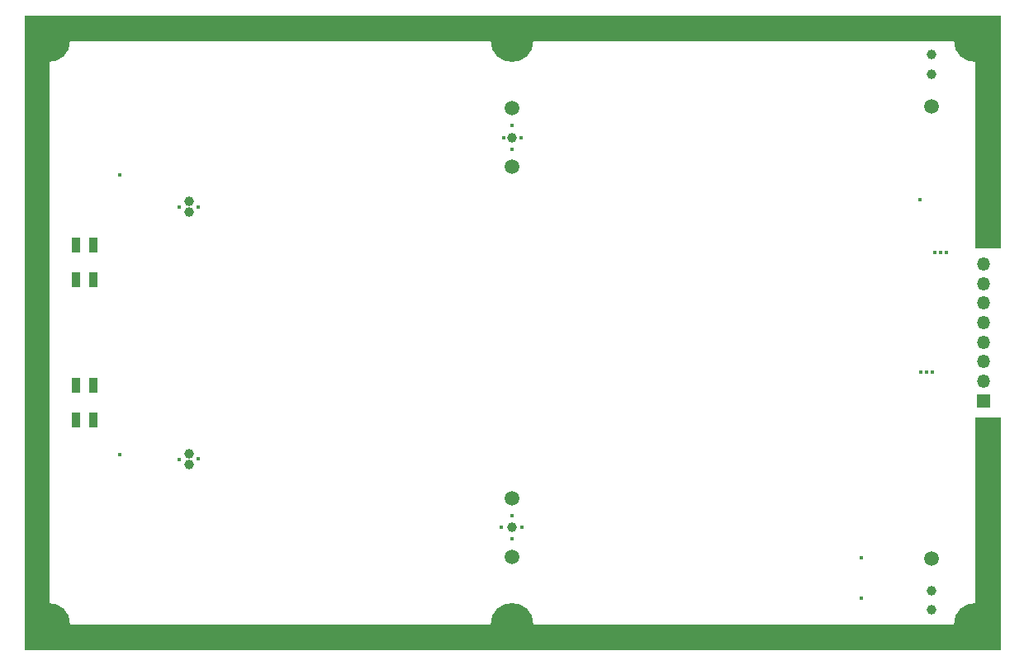
<source format=gbr>
%TF.GenerationSoftware,KiCad,Pcbnew,(5.99.0-11174-ge2a2c3282a)*%
%TF.CreationDate,2021-07-05T22:54:39+02:00*%
%TF.ProjectId,flatlight_rev20_LEDSIDE,666c6174-6c69-4676-9874-5f7265763230,rev?*%
%TF.SameCoordinates,Original*%
%TF.FileFunction,Soldermask,Bot*%
%TF.FilePolarity,Negative*%
%FSLAX46Y46*%
G04 Gerber Fmt 4.6, Leading zero omitted, Abs format (unit mm)*
G04 Created by KiCad (PCBNEW (5.99.0-11174-ge2a2c3282a)) date 2021-07-05 22:54:39*
%MOMM*%
%LPD*%
G01*
G04 APERTURE LIST*
%ADD10C,0.010000*%
%ADD11C,1.500000*%
%ADD12C,0.700000*%
%ADD13C,4.400000*%
%ADD14R,0.850000X1.600000*%
%ADD15R,1.350000X1.350000*%
%ADD16O,1.350000X1.350000*%
%ADD17C,0.450000*%
%ADD18C,1.000000*%
%ADD19C,0.500000*%
G04 APERTURE END LIST*
D10*
X252250000Y-88850000D02*
X254750000Y-88850000D01*
X254750000Y-88850000D02*
X254750000Y-65050000D01*
X254750000Y-65050000D02*
X252250000Y-65050000D01*
X252250000Y-65050000D02*
X252250000Y-88850000D01*
G36*
X252250000Y-88850000D02*
G01*
X254750000Y-88850000D01*
X254750000Y-65050000D01*
X252250000Y-65050000D01*
X252250000Y-88850000D01*
G37*
X157250000Y-127550000D02*
X254750000Y-127550000D01*
X254750000Y-127550000D02*
X254750000Y-130050000D01*
X254750000Y-130050000D02*
X157250000Y-130050000D01*
X157250000Y-130050000D02*
X157250000Y-127550000D01*
G36*
X157250000Y-127550000D02*
G01*
X254750000Y-127550000D01*
X254750000Y-130050000D01*
X157250000Y-130050000D01*
X157250000Y-127550000D01*
G37*
X252250000Y-130050000D02*
X254750000Y-130050000D01*
X254750000Y-130050000D02*
X254750000Y-106250000D01*
X254750000Y-106250000D02*
X252250000Y-106250000D01*
X252250000Y-106250000D02*
X252250000Y-130050000D01*
G36*
X252250000Y-130050000D02*
G01*
X254750000Y-130050000D01*
X254750000Y-106250000D01*
X252250000Y-106250000D01*
X252250000Y-130050000D01*
G37*
X157250000Y-65050000D02*
X254750000Y-65050000D01*
X254750000Y-65050000D02*
X254750000Y-67550000D01*
X254750000Y-67550000D02*
X157250000Y-67550000D01*
X157250000Y-67550000D02*
X157250000Y-65050000D01*
G36*
X157250000Y-65050000D02*
G01*
X254750000Y-65050000D01*
X254750000Y-67550000D01*
X157250000Y-67550000D01*
X157250000Y-65050000D01*
G37*
X154750000Y-130050000D02*
X157250000Y-130050000D01*
X157250000Y-130050000D02*
X157250000Y-65050000D01*
X157250000Y-65050000D02*
X154750000Y-65050000D01*
X154750000Y-65050000D02*
X154750000Y-130050000D01*
G36*
X154750000Y-130050000D02*
G01*
X157250000Y-130050000D01*
X157250000Y-65050000D01*
X154750000Y-65050000D01*
X154750000Y-130050000D01*
G37*
D11*
%TO.C,H14*%
X204750000Y-114550000D03*
%TD*%
D12*
%TO.C,H10*%
X158416726Y-68716726D03*
X157250000Y-65900000D03*
X158900000Y-67550000D03*
X156083274Y-66383274D03*
X156083274Y-68716726D03*
X155600000Y-67550000D03*
X158416726Y-66383274D03*
X157250000Y-69200000D03*
D13*
X157250000Y-67550000D03*
%TD*%
D12*
%TO.C,H9*%
X158416726Y-126383274D03*
D13*
X157250000Y-127550000D03*
D12*
X158900000Y-127550000D03*
X157250000Y-125900000D03*
X157250000Y-129200000D03*
X158416726Y-128716726D03*
X156083274Y-128716726D03*
X155600000Y-127550000D03*
X156083274Y-126383274D03*
%TD*%
D11*
%TO.C,H19*%
X247750000Y-120750000D03*
%TD*%
%TO.C,H20*%
X247750000Y-74350000D03*
%TD*%
%TO.C,H16*%
X204750000Y-80550000D03*
%TD*%
%TO.C,H15*%
X204750000Y-74550000D03*
%TD*%
%TO.C,H13*%
X204750000Y-120550000D03*
%TD*%
D12*
%TO.C,H7*%
X203583274Y-68716726D03*
X205916726Y-68716726D03*
X203100000Y-67550000D03*
X204750000Y-69200000D03*
D13*
X204750000Y-67550000D03*
D12*
X206400000Y-67550000D03*
X204750000Y-65900000D03*
X203583274Y-66383274D03*
X205916726Y-66383274D03*
%TD*%
%TO.C,H11*%
X203583274Y-128716726D03*
X205916726Y-128716726D03*
X203583274Y-126383274D03*
X205916726Y-126383274D03*
X206400000Y-127550000D03*
X203100000Y-127550000D03*
X204750000Y-125900000D03*
X204750000Y-129200000D03*
D13*
X204750000Y-127550000D03*
%TD*%
D12*
%TO.C,H12*%
X251083274Y-66383274D03*
X252250000Y-65900000D03*
D13*
X252250000Y-67550000D03*
D12*
X252250000Y-69200000D03*
X250600000Y-67550000D03*
X251083274Y-68716726D03*
X253900000Y-67550000D03*
X253416726Y-68716726D03*
X253416726Y-66383274D03*
%TD*%
%TO.C,H8*%
X253900000Y-127550000D03*
X253416726Y-126383274D03*
X251083274Y-128716726D03*
X252250000Y-129200000D03*
X252250000Y-125900000D03*
X253416726Y-128716726D03*
X250600000Y-127550000D03*
D13*
X252250000Y-127550000D03*
D12*
X251083274Y-126383274D03*
%TD*%
D14*
%TO.C,D35*%
X161825000Y-106500000D03*
X160075000Y-106500000D03*
X160075000Y-103000000D03*
X161825000Y-103000000D03*
%TD*%
%TO.C,D34*%
X161825000Y-92100000D03*
X160075000Y-92100000D03*
X160075000Y-88600000D03*
X161825000Y-88600000D03*
%TD*%
D15*
%TO.C,J5*%
X253050000Y-104550000D03*
D16*
X253050000Y-102550000D03*
X253050000Y-100550000D03*
X253050000Y-98550000D03*
X253050000Y-96550000D03*
X253050000Y-94550000D03*
X253050000Y-92550000D03*
X253050000Y-90550000D03*
%TD*%
D17*
X254000000Y-122550000D03*
X248750000Y-65800000D03*
X247850000Y-101650000D03*
D18*
X247750000Y-71050000D03*
D17*
X249250000Y-89350000D03*
D18*
X247750000Y-69050000D03*
D19*
X246750000Y-129300000D03*
D18*
X247750000Y-126050000D03*
D17*
X248650000Y-89350000D03*
X246650000Y-101650000D03*
X254000000Y-114550000D03*
X254000000Y-84550000D03*
X254000000Y-110550000D03*
X254000000Y-76550000D03*
X254000000Y-118550000D03*
X254000000Y-106550000D03*
X247250000Y-101650000D03*
X246750000Y-65800000D03*
D18*
X247750000Y-124050000D03*
D17*
X254000000Y-80550000D03*
D19*
X248750000Y-129300000D03*
D17*
X248050000Y-89350000D03*
X254000000Y-72550000D03*
X254000000Y-88550000D03*
D18*
X204750000Y-117550000D03*
D17*
X204750000Y-116350000D03*
X204750000Y-118750000D03*
X204750000Y-78750000D03*
D18*
X204750000Y-77550000D03*
D17*
X203850000Y-77550000D03*
X205650000Y-77550000D03*
X204750000Y-76350000D03*
X205750000Y-117550000D03*
X203650000Y-117550000D03*
X246550000Y-83900000D03*
X240550000Y-120650000D03*
D18*
X227000000Y-66300000D03*
X197500000Y-66300000D03*
X235250000Y-129300000D03*
X191550000Y-128800000D03*
X193050000Y-129300000D03*
X244200000Y-129300000D03*
X156000000Y-120300000D03*
X155500000Y-88800000D03*
X155500000Y-85800000D03*
X164500000Y-66300000D03*
X224750000Y-128800000D03*
X182550000Y-128800000D03*
X214250000Y-129300000D03*
X188500000Y-66300000D03*
X155500000Y-103800000D03*
X179550000Y-128800000D03*
X224000000Y-66300000D03*
X156000000Y-108300000D03*
X187050000Y-129300000D03*
X190050000Y-129300000D03*
X220250000Y-129300000D03*
X232250000Y-129300000D03*
X222500000Y-65800000D03*
X190000000Y-65800000D03*
X239000000Y-66300000D03*
X229250000Y-129300000D03*
X178000000Y-65800000D03*
X164550000Y-128800000D03*
X155500000Y-121800000D03*
X163050000Y-129300000D03*
X181050000Y-129300000D03*
X156000000Y-87300000D03*
X228500000Y-65800000D03*
X155500000Y-109800000D03*
X211250000Y-129300000D03*
X233750000Y-128800000D03*
X226250000Y-129300000D03*
X191500000Y-66300000D03*
X156000000Y-102300000D03*
X209000000Y-66300000D03*
X155500000Y-82800000D03*
X236750000Y-128800000D03*
X155500000Y-106800000D03*
X156000000Y-75300000D03*
X196050000Y-129300000D03*
X216500000Y-65800000D03*
X155500000Y-97800000D03*
X187000000Y-65800000D03*
X155500000Y-112800000D03*
X243500000Y-65800000D03*
X155500000Y-100800000D03*
X242750000Y-128800000D03*
X169000000Y-65800000D03*
X156000000Y-81300000D03*
X200550000Y-128800000D03*
X194550000Y-128800000D03*
X242000000Y-66300000D03*
X184050000Y-129300000D03*
X197550000Y-128800000D03*
X212000000Y-66300000D03*
X199000000Y-65800000D03*
X237500000Y-65800000D03*
X156000000Y-105300000D03*
X155500000Y-79800000D03*
X167550000Y-128800000D03*
X170550000Y-128800000D03*
X175050000Y-129300000D03*
X225500000Y-65800000D03*
X167500000Y-66300000D03*
X179500000Y-66300000D03*
X156000000Y-111300000D03*
X194500000Y-66300000D03*
X155500000Y-115800000D03*
X161500000Y-66300000D03*
X178050000Y-129300000D03*
X233000000Y-66300000D03*
X219500000Y-65800000D03*
X156000000Y-117300000D03*
X231500000Y-65800000D03*
X175000000Y-65800000D03*
X213500000Y-65800000D03*
X239750000Y-128800000D03*
X156000000Y-96300000D03*
X185500000Y-66300000D03*
X200500000Y-66300000D03*
X155500000Y-73800000D03*
X212750000Y-128800000D03*
X227750000Y-128800000D03*
X155500000Y-76800000D03*
X156000000Y-99300000D03*
X218000000Y-66300000D03*
X156000000Y-72300000D03*
X156000000Y-78300000D03*
X170500000Y-66300000D03*
X221750000Y-128800000D03*
X173500000Y-66300000D03*
X160050000Y-129300000D03*
X173550000Y-128800000D03*
X166050000Y-129300000D03*
X215000000Y-66300000D03*
X163000000Y-65800000D03*
X209750000Y-128800000D03*
X240500000Y-65800000D03*
X156000000Y-123300000D03*
X155500000Y-94800000D03*
X156000000Y-93300000D03*
X166000000Y-65800000D03*
X176550000Y-128800000D03*
X155500000Y-91800000D03*
X230750000Y-128800000D03*
X176500000Y-66300000D03*
X210500000Y-65800000D03*
X223250000Y-129300000D03*
X221000000Y-66300000D03*
X185550000Y-128800000D03*
X181000000Y-65800000D03*
X155500000Y-118800000D03*
X156000000Y-114300000D03*
X169050000Y-129300000D03*
X236000000Y-66300000D03*
X172000000Y-65800000D03*
X182500000Y-66300000D03*
X196000000Y-65800000D03*
X156000000Y-84300000D03*
X241250000Y-129300000D03*
X234500000Y-65800000D03*
X193000000Y-65800000D03*
X238250000Y-129300000D03*
X218750000Y-128800000D03*
X217250000Y-129300000D03*
X172050000Y-129300000D03*
X161550000Y-128800000D03*
X230000000Y-66300000D03*
X184000000Y-65800000D03*
X208250000Y-129300000D03*
X215750000Y-128800000D03*
X199050000Y-129300000D03*
X156000000Y-90300000D03*
X188550000Y-128800000D03*
D17*
X240550000Y-124800000D03*
X172600000Y-110550000D03*
D18*
X171650000Y-111100000D03*
X171650000Y-84100000D03*
D17*
X170600000Y-84700000D03*
X170600000Y-110600000D03*
D18*
X171650000Y-110000000D03*
X171650000Y-85200000D03*
D17*
X172600000Y-84650000D03*
X164550000Y-81350000D03*
X164550000Y-110050000D03*
M02*

</source>
